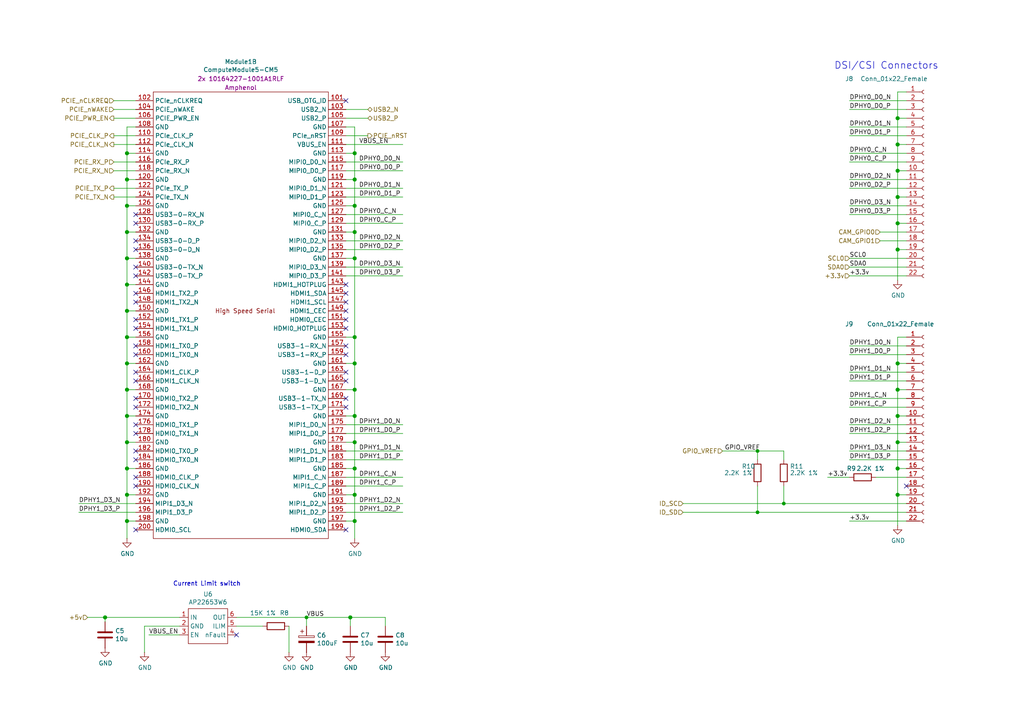
<source format=kicad_sch>
(kicad_sch (version 20231120) (generator "eeschema") (generator_version "8.0")
  (paper "A4")
  (lib_symbols
    (symbol "CM5IO:AP2553W6"
      (property "Reference" "U" (at 3.81 -6.35 0))
      (property "Value" "AP2553W6" (at -3.81 -6.35 0))
      (symbol "AP2553W6_0_0"
        (pin power_in line (at -8.89 2.54 0) (length 2.54) (name "IN") (number "1"))
        (pin power_out line (at -8.89 0 0) (length 2.54) (name "GND") (number "2"))
        (pin input line (at -8.89 -2.54 0) (length 2.54) (name "EN") (number "3"))
        (pin open_collector line (at 7.62 -2.54 180) (length 2.54) (name "nFault") (number "4"))
        (pin passive line (at 7.62 0 180) (length 2.54) (name "ILIM") (number "5"))
        (pin power_out line (at 7.62 2.54 180) (length 2.54) (name "OUT") (number "6"))
      )
      (symbol "AP2553W6_0_1"
        (rectangle (start -6.35 5.08) (end 5.08 -5.08))
      )
    )
    (symbol "CM5IO:ComputeModule5-CM5"
      (property "Reference" "Module" (at 113.03 -68.58 0))
      (property "Value" "ComputeModule5-CM5" (at 140.97 2.54 0))
      (property "Field4" "Amphenol" (at 0 0 0))
      (property "Field5" "2x 10164227-1001A1RLF" (at 0 -2.54 0))
      (symbol "ComputeModule5-CM5_1_0"
        (text "GPIO" (at 0 6.35 0) (effects (font (size 1.27 1.27))))
      )
      (symbol "ComputeModule5-CM5_1_1"
        (rectangle (start -30.48 -71.12) (end 25.4 58.42))
        (text "600mA Max" (at -8.89 -53.34 0) (effects (font (size 1.27 1.27))))
        (text "600mA Max" (at -8.89 -48.26 0) (effects (font (size 1.27 1.27))))
        (text "NB SD signals are only available" (at -1.27 -27.94 0) (effects (font (size 1.27 1.27))))
        (text "on modules without eMMC" (at -1.27 -30.48 0) (effects (font (size 1.27 1.27))))
        (pin power_in line (at 27.94 55.88 180) (length 2.54) (name "GND") (number "1"))
        (pin passive line (at -33.02 45.72 0) (length 2.54) (name "Ethernet_Pair0_N") (number "10"))
        (pin passive line (at -33.02 -68.58 0) (length 2.54) (name "CAM_GPIO1") (number "100"))
        (pin passive line (at 27.94 43.18 180) (length 2.54) (name "Ethernet_Pair2_P") (number "11"))
        (pin passive line (at -33.02 43.18 0) (length 2.54) (name "Ethernet_Pair0_P") (number "12"))
        (pin power_in line (at 27.94 40.64 180) (length 2.54) (name "GND") (number "13"))
        (pin power_in line (at -33.02 40.64 0) (length 2.54) (name "GND") (number "14"))
        (pin output line (at 27.94 38.1 180) (length 2.54) (name "Ethernet_nLED3(3.3v)") (number "15"))
        (pin input line (at -33.02 38.1 0) (length 2.54) (name "FAN_TACHO") (number "16"))
        (pin output line (at 27.94 35.56 180) (length 2.54) (name "Ethernet_nLED2(3.3v)") (number "17"))
        (pin input line (at -33.02 35.56 0) (length 2.54) (name "Ethernet_SYNC_OUT(3.3v)") (number "18"))
        (pin output line (at 27.94 33.02 180) (length 2.54) (name "FAN_PWM") (number "19"))
        (pin power_in line (at -33.02 55.88 0) (length 2.54) (name "GND") (number "2"))
        (pin passive line (at -33.02 33.02 0) (length 2.54) (name "EEPROM_nWP") (number "20"))
        (pin open_collector line (at 27.94 30.48 180) (length 2.54) (name "LED_nACT") (number "21"))
        (pin power_in line (at -33.02 30.48 0) (length 2.54) (name "GND") (number "22"))
        (pin power_in line (at 27.94 27.94 180) (length 2.54) (name "GND") (number "23"))
        (pin passive line (at -33.02 27.94 0) (length 2.54) (name "GPIO26") (number "24"))
        (pin passive line (at 27.94 25.4 180) (length 2.54) (name "GPIO21") (number "25"))
        (pin passive line (at -33.02 25.4 0) (length 2.54) (name "GPIO19") (number "26"))
        (pin passive line (at 27.94 22.86 180) (length 2.54) (name "GPIO20") (number "27"))
        (pin passive line (at -33.02 22.86 0) (length 2.54) (name "GPIO13") (number "28"))
        (pin passive line (at 27.94 20.32 180) (length 2.54) (name "GPIO16") (number "29"))
        (pin passive line (at 27.94 53.34 180) (length 2.54) (name "Ethernet_Pair3_P") (number "3"))
        (pin passive line (at -33.02 20.32 0) (length 2.54) (name "GPIO6") (number "30"))
        (pin passive line (at 27.94 17.78 180) (length 2.54) (name "GPIO12") (number "31"))
        (pin power_in line (at -33.02 17.78 0) (length 2.54) (name "GND") (number "32"))
        (pin power_in line (at 27.94 15.24 180) (length 2.54) (name "GND") (number "33"))
        (pin passive line (at -33.02 15.24 0) (length 2.54) (name "GPIO5") (number "34"))
        (pin passive line (at 27.94 12.7 180) (length 2.54) (name "ID_SC") (number "35"))
        (pin passive line (at -33.02 12.7 0) (length 2.54) (name "ID_SD") (number "36"))
        (pin passive line (at 27.94 10.16 180) (length 2.54) (name "GPIO7") (number "37"))
        (pin passive line (at -33.02 10.16 0) (length 2.54) (name "GPIO11") (number "38"))
        (pin passive line (at 27.94 7.62 180) (length 2.54) (name "GPIO8") (number "39"))
        (pin passive line (at -33.02 53.34 0) (length 2.54) (name "Ethernet_Pair1_P") (number "4"))
        (pin passive line (at -33.02 7.62 0) (length 2.54) (name "GPIO9") (number "40"))
        (pin passive line (at 27.94 5.08 180) (length 2.54) (name "GPIO25") (number "41"))
        (pin power_in line (at -33.02 5.08 0) (length 2.54) (name "GND") (number "42"))
        (pin power_in line (at 27.94 2.54 180) (length 2.54) (name "GND") (number "43"))
        (pin passive line (at -33.02 2.54 0) (length 2.54) (name "GPIO10") (number "44"))
        (pin passive line (at 27.94 0 180) (length 2.54) (name "GPIO24") (number "45"))
        (pin passive line (at -33.02 0 0) (length 2.54) (name "GPIO22") (number "46"))
        (pin passive line (at 27.94 -2.54 180) (length 2.54) (name "GPIO23") (number "47"))
        (pin passive line (at -33.02 -2.54 0) (length 2.54) (name "GPIO27") (number "48"))
        (pin passive line (at 27.94 -5.08 180) (length 2.54) (name "GPIO18") (number "49"))
        (pin passive line (at 27.94 50.8 180) (length 2.54) (name "Ethernet_Pair3_N") (number "5"))
        (pin passive line (at -33.02 -5.08 0) (length 2.54) (name "GPIO17") (number "50"))
        (pin passive line (at 27.94 -7.62 180) (length 2.54) (name "GPIO15") (number "51"))
        (pin power_in line (at -33.02 -7.62 0) (length 2.54) (name "GND") (number "52"))
        (pin power_in line (at 27.94 -10.16 180) (length 2.54) (name "GND") (number "53"))
        (pin passive line (at -33.02 -10.16 0) (length 2.54) (name "GPIO4") (number "54"))
        (pin passive line (at 27.94 -12.7 180) (length 2.54) (name "GPIO14") (number "55"))
        (pin passive line (at -33.02 -12.7 0) (length 2.54) (name "GPIO3") (number "56"))
        (pin passive line (at 27.94 -15.24 180) (length 2.54) (name "SD_CLK") (number "57"))
        (pin passive line (at -33.02 -15.24 0) (length 2.54) (name "GPIO2") (number "58"))
        (pin power_in line (at 27.94 -17.78 180) (length 2.54) (name "GND") (number "59"))
        (pin passive line (at -33.02 50.8 0) (length 2.54) (name "Ethernet_Pair1_N") (number "6"))
        (pin power_in line (at -33.02 -17.78 0) (length 2.54) (name "GND") (number "60"))
        (pin passive line (at 27.94 -20.32 180) (length 2.54) (name "SD_DAT3") (number "61"))
        (pin passive line (at -33.02 -20.32 0) (length 2.54) (name "SD_CMD") (number "62"))
        (pin passive line (at 27.94 -22.86 180) (length 2.54) (name "SD_DAT0") (number "63"))
        (pin passive line (at -33.02 -22.86 0) (length 2.54) (name "SD_DAT5") (number "64"))
        (pin power_in line (at 27.94 -25.4 180) (length 2.54) (name "GND") (number "65"))
        (pin power_in line (at -33.02 -25.4 0) (length 2.54) (name "GND") (number "66"))
        (pin passive line (at 27.94 -27.94 180) (length 2.54) (name "SD_DAT1") (number "67"))
        (pin passive line (at -33.02 -27.94 0) (length 2.54) (name "SD_DAT4") (number "68"))
        (pin passive line (at 27.94 -30.48 180) (length 2.54) (name "SD_DAT2") (number "69"))
        (pin power_in line (at 27.94 48.26 180) (length 2.54) (name "GND") (number "7"))
        (pin passive line (at -33.02 -30.48 0) (length 2.54) (name "SD_DAT7") (number "70"))
        (pin power_in line (at 27.94 -33.02 180) (length 2.54) (name "GND") (number "71"))
        (pin passive line (at -33.02 -33.02 0) (length 2.54) (name "SD_DAT6") (number "72"))
        (pin input line (at 27.94 -35.56 180) (length 2.54) (name "SD_VDD_Override") (number "73"))
        (pin power_in line (at -33.02 -35.56 0) (length 2.54) (name "GND") (number "74"))
        (pin output line (at 27.94 -38.1 180) (length 2.54) (name "SD_PWR_ON") (number "75"))
        (pin passive line (at -33.02 -38.1 0) (length 2.54) (name "VBAT") (number "76"))
        (pin power_in line (at 27.94 -40.64 180) (length 2.54) (name "+5v_(Input)") (number "77"))
        (pin power_in line (at -33.02 -40.64 0) (length 2.54) (name "GPIO_VREF(1.8v/3.3v_Input)") (number "78"))
        (pin power_in line (at 27.94 -43.18 180) (length 2.54) (name "+5v_(Input)") (number "79"))
        (pin power_in line (at -33.02 48.26 0) (length 2.54) (name "GND") (number "8"))
        (pin passive line (at -33.02 -43.18 0) (length 2.54) (name "SCL0") (number "80"))
        (pin power_in line (at 27.94 -45.72 180) (length 2.54) (name "+5v_(Input)") (number "81"))
        (pin passive line (at -33.02 -45.72 0) (length 2.54) (name "SDA0") (number "82"))
        (pin power_in line (at 27.94 -48.26 180) (length 2.54) (name "+5v_(Input)") (number "83"))
        (pin power_out line (at -33.02 -48.26 0) (length 2.54) (name "+3.3v_(Output)") (number "84"))
        (pin power_in line (at 27.94 -50.8 180) (length 2.54) (name "+5v_(Input)") (number "85"))
        (pin passive line (at -33.02 -50.8 0) (length 2.54) (name "+3.3v_(Output)") (number "86"))
        (pin power_in line (at 27.94 -53.34 180) (length 2.54) (name "+5v_(Input)") (number "87"))
        (pin power_out line (at -33.02 -53.34 0) (length 2.54) (name "+1.8v_(Output)") (number "88"))
        (pin input line (at 27.94 -55.88 180) (length 2.54) (name "WiFi_nDisable") (number "89"))
        (pin passive line (at 27.94 45.72 180) (length 2.54) (name "Ethernet_Pair2_N") (number "9"))
        (pin passive line (at -33.02 -55.88 0) (length 2.54) (name "+1.8v_(Output)") (number "90"))
        (pin input line (at 27.94 -58.42 180) (length 2.54) (name "BT_nDisable") (number "91"))
        (pin passive line (at -33.02 -58.42 0) (length 2.54) (name "PWR_BUT") (number "92"))
        (pin input line (at 27.94 -60.96 180) (length 2.54) (name "nRPIBOOT") (number "93"))
        (pin passive line (at -33.02 -60.96 0) (length 2.54) (name "CC1") (number "94"))
        (pin output line (at 27.94 -63.5 180) (length 2.54) (name "LED_nPWR") (number "95"))
        (pin passive line (at -33.02 -63.5 0) (length 2.54) (name "CC2") (number "96"))
        (pin passive line (at 27.94 -66.04 180) (length 2.54) (name "CAM_GPIO0") (number "97"))
        (pin power_in line (at -33.02 -66.04 0) (length 2.54) (name "GND") (number "98"))
        (pin input line (at 27.94 -68.58 180) (length 2.54) (name "PMIC_ENABLE") (number "99"))
      )
      (symbol "ComputeModule5-CM5_2_1"
        (rectangle (start 114.3 -66.04) (end 165.1 63.5))
        (text "High Speed Serial" (at 140.97 0 0) (effects (font (size 1.27 1.27))))
        (pin input line (at 170.18 60.96 180) (length 5.08) (name "USB_OTG_ID") (number "101"))
        (pin input line (at 109.22 60.96 0) (length 5.08) (name "PCIe_nCLKREQ") (number "102"))
        (pin passive line (at 170.18 58.42 180) (length 5.08) (name "USB2_N") (number "103"))
        (pin input line (at 109.22 58.42 0) (length 5.08) (name "PCIE_nWAKE") (number "104"))
        (pin passive line (at 170.18 55.88 180) (length 5.08) (name "USB2_P") (number "105"))
        (pin output line (at 109.22 55.88 0) (length 5.08) (name "PCIE_PWR_EN") (number "106"))
        (pin power_in line (at 170.18 53.34 180) (length 5.08) (name "GND") (number "107"))
        (pin power_in line (at 109.22 53.34 0) (length 5.08) (name "GND") (number "108"))
        (pin output line (at 170.18 50.8 180) (length 5.08) (name "PCIe_nRST") (number "109"))
        (pin output line (at 109.22 50.8 0) (length 5.08) (name "PCIe_CLK_P") (number "110"))
        (pin output line (at 170.18 48.26 180) (length 5.08) (name "VBUS_EN") (number "111"))
        (pin output line (at 109.22 48.26 0) (length 5.08) (name "PCIe_CLK_N") (number "112"))
        (pin power_in line (at 170.18 45.72 180) (length 5.08) (name "GND") (number "113"))
        (pin power_in line (at 109.22 45.72 0) (length 5.08) (name "GND") (number "114"))
        (pin input line (at 170.18 43.18 180) (length 5.08) (name "MIPI0_D0_N") (number "115"))
        (pin input line (at 109.22 43.18 0) (length 5.08) (name "PCIe_RX_P") (number "116"))
        (pin input line (at 170.18 40.64 180) (length 5.08) (name "MIPI0_D0_P") (number "117"))
        (pin input line (at 109.22 40.64 0) (length 5.08) (name "PCIe_RX_N") (number "118"))
        (pin power_in line (at 170.18 38.1 180) (length 5.08) (name "GND") (number "119"))
        (pin power_in line (at 109.22 38.1 0) (length 5.08) (name "GND") (number "120"))
        (pin input line (at 170.18 35.56 180) (length 5.08) (name "MIPI0_D1_N") (number "121"))
        (pin output line (at 109.22 35.56 0) (length 5.08) (name "PCIe_TX_P") (number "122"))
        (pin input line (at 170.18 33.02 180) (length 5.08) (name "MIPI0_D1_P") (number "123"))
        (pin output line (at 109.22 33.02 0) (length 5.08) (name "PCIe_TX_N") (number "124"))
        (pin power_in line (at 170.18 30.48 180) (length 5.08) (name "GND") (number "125"))
        (pin power_in line (at 109.22 30.48 0) (length 5.08) (name "GND") (number "126"))
        (pin input line (at 170.18 27.94 180) (length 5.08) (name "MIPI0_C_N") (number "127"))
        (pin input line (at 109.22 27.94 0) (length 5.08) (name "USB3-0-RX_N") (number "128"))
        (pin input line (at 170.18 25.4 180) (length 5.08) (name "MIPI0_C_P") (number "129"))
        (pin input line (at 109.22 25.4 0) (length 5.08) (name "USB3-0-RX_P") (number "130"))
        (pin power_in line (at 170.18 22.86 180) (length 5.08) (name "GND") (number "131"))
        (pin power_in line (at 109.22 22.86 0) (length 5.08) (name "GND") (number "132"))
        (pin input line (at 170.18 20.32 180) (length 5.08) (name "MIPI0_D2_N") (number "133"))
        (pin passive line (at 109.22 20.32 0) (length 5.08) (name "USB3-0-D_P") (number "134"))
        (pin input line (at 170.18 17.78 180) (length 5.08) (name "MIPI0_D2_P") (number "135"))
        (pin passive line (at 109.22 17.78 0) (length 5.08) (name "USB3-0-D_N") (number "136"))
        (pin power_in line (at 170.18 15.24 180) (length 5.08) (name "GND") (number "137"))
        (pin power_in line (at 109.22 15.24 0) (length 5.08) (name "GND") (number "138"))
        (pin input line (at 170.18 12.7 180) (length 5.08) (name "MIPI0_D3_N") (number "139"))
        (pin output line (at 109.22 12.7 0) (length 5.08) (name "USB3-0-TX_N") (number "140"))
        (pin input line (at 170.18 10.16 180) (length 5.08) (name "MIPI0_D3_P") (number "141"))
        (pin output line (at 109.22 10.16 0) (length 5.08) (name "USB3-0-TX_P") (number "142"))
        (pin input line (at 170.18 7.62 180) (length 5.08) (name "HDMI1_HOTPLUG") (number "143"))
        (pin power_in line (at 109.22 7.62 0) (length 5.08) (name "GND") (number "144"))
        (pin bidirectional line (at 170.18 5.08 180) (length 5.08) (name "HDMI1_SDA") (number "145"))
        (pin output line (at 109.22 5.08 0) (length 5.08) (name "HDMI1_TX2_P") (number "146"))
        (pin open_collector line (at 170.18 2.54 180) (length 5.08) (name "HDMI1_SCL") (number "147"))
        (pin output line (at 109.22 2.54 0) (length 5.08) (name "HDMI1_TX2_N") (number "148"))
        (pin open_collector line (at 170.18 0 180) (length 5.08) (name "HDMI1_CEC") (number "149"))
        (pin power_in line (at 109.22 0 0) (length 5.08) (name "GND") (number "150"))
        (pin open_collector line (at 170.18 -2.54 180) (length 5.08) (name "HDMI0_CEC") (number "151"))
        (pin output line (at 109.22 -2.54 0) (length 5.08) (name "HDMI1_TX1_P") (number "152"))
        (pin input line (at 170.18 -5.08 180) (length 5.08) (name "HDMI0_HOTPLUG") (number "153"))
        (pin output line (at 109.22 -5.08 0) (length 5.08) (name "HDMI1_TX1_N") (number "154"))
        (pin power_in line (at 170.18 -7.62 180) (length 5.08) (name "GND") (number "155"))
        (pin power_in line (at 109.22 -7.62 0) (length 5.08) (name "GND") (number "156"))
        (pin input line (at 170.18 -10.16 180) (length 5.08) (name "USB3-1-RX_N") (number "157"))
        (pin output line (at 109.22 -10.16 0) (length 5.08) (name "HDMI1_TX0_P") (number "158"))
        (pin input line (at 170.18 -12.7 180) (length 5.08) (name "USB3-1-RX_P") (number "159"))
        (pin output line (at 109.22 -12.7 0) (length 5.08) (name "HDMI1_TX0_N") (number "160"))
        (pin power_in line (at 170.18 -15.24 180) (length 5.08) (name "GND") (number "161"))
        (pin power_in line (at 109.22 -15.24 0) (length 5.08) (name "GND") (number "162"))
        (pin passive line (at 170.18 -17.78 180) (length 5.08) (name "USB3-1-D_P") (number "163"))
        (pin output line (at 109.22 -17.78 0) (length 5.08) (name "HDMI1_CLK_P") (number "164"))
        (pin passive line (at 170.18 -20.32 180) (length 5.08) (name "USB3-1-D_N") (number "165"))
        (pin output line (at 109.22 -20.32 0) (length 5.08) (name "HDMI1_CLK_N") (number "166"))
        (pin power_in line (at 170.18 -22.86 180) (length 5.08) (name "GND") (number "167"))
        (pin power_in line (at 109.22 -22.86 0) (length 5.08) (name "GND") (number "168"))
        (pin output line (at 170.18 -25.4 180) (length 5.08) (name "USB3-1-TX_N") (number "169"))
        (pin output line (at 109.22 -25.4 0) (length 5.08) (name "HDMI0_TX2_P") (number "170"))
        (pin output line (at 170.18 -27.94 180) (length 5.08) (name "USB3-1-TX_P") (number "171"))
        (pin output line (at 109.22 -27.94 0) (length 5.08) (name "HDMI0_TX2_N") (number "172"))
        (pin power_in line (at 170.18 -30.48 180) (length 5.08) (name "GND") (number "173"))
        (pin power_in line (at 109.22 -30.48 0) (length 5.08) (name "GND") (number "174"))
        (pin output line (at 170.18 -33.02 180) (length 5.08) (name "MIPI1_D0_N") (number "175"))
        (pin output line (at 109.22 -33.02 0) (length 5.08) (name "HDMI0_TX1_P") (number "176"))
        (pin output line (at 170.18 -35.56 180) (length 5.08) (name "MIPI1_D0_P") (number "177"))
        (pin output line (at 109.22 -35.56 0) (length 5.08) (name "HDMI0_TX1_N") (number "178"))
        (pin power_in line (at 170.18 -38.1 180) (length 5.08) (name "GND") (number "179"))
        (pin power_in line (at 109.22 -38.1 0) (length 5.08) (name "GND") (number "180"))
        (pin output line (at 170.18 -40.64 180) (length 5.08) (name "MIPI1_D1_N") (number "181"))
        (pin output line (at 109.22 -40.64 0) (length 5.08) (name "HDMI0_TX0_P") (number "182"))
        (pin output line (at 170.18 -43.18 180) (length 5.08) (name "MIPI1_D1_P") (number "183"))
        (pin output line (at 109.22 -43.18 0) (length 5.08) (name "HDMI0_TX0_N") (number "184"))
        (pin power_in line (at 170.18 -45.72 180) (length 5.08) (name "GND") (number "185"))
        (pin power_in line (at 109.22 -45.72 0) (length 5.08) (name "GND") (number "186"))
        (pin output line (at 170.18 -48.26 180) (length 5.08) (name "MIPI1_C_N") (number "187"))
        (pin output line (at 109.22 -48.26 0) (length 5.08) (name "HDMI0_CLK_P") (number "188"))
        (pin output line (at 170.18 -50.8 180) (length 5.08) (name "MIPI1_C_P") (number "189"))
        (pin output line (at 109.22 -50.8 0) (length 5.08) (name "HDMI0_CLK_N") (number "190"))
        (pin power_in line (at 170.18 -53.34 180) (length 5.08) (name "GND") (number "191"))
        (pin power_in line (at 109.22 -53.34 0) (length 5.08) (name "GND") (number "192"))
        (pin output line (at 170.18 -55.88 180) (length 5.08) (name "MIPI1_D2_N") (number "193"))
        (pin output line (at 109.22 -55.88 0) (length 5.08) (name "MIPI1_D3_N") (number "194"))
        (pin output line (at 170.18 -58.42 180) (length 5.08) (name "MIPI1_D2_P") (number "195"))
        (pin output line (at 109.22 -58.42 0) (length 5.08) (name "MIPI1_D3_P") (number "196"))
        (pin power_in line (at 170.18 -60.96 180) (length 5.08) (name "GND") (number "197"))
        (pin power_in line (at 109.22 -60.96 0) (length 5.08) (name "GND") (number "198"))
        (pin bidirectional line (at 170.18 -63.5 180) (length 5.08) (name "HDMI0_SDA") (number "199"))
        (pin open_collector line (at 109.22 -63.5 0) (length 5.08) (name "HDMI0_SCL") (number "200"))
      )
    )
    (symbol "Connector:Conn_01x22_Socket" (pin_names (offset 1.016) hide)
      (property "Reference" "J" (at 0 27.94 0))
      (property "Value" "Conn_01x22_Socket" (at 0 -30.48 0))
      (symbol "Conn_01x22_Socket_1_1"
        (arc (start 0 -27.432) (mid -0.5058 -27.94) (end 0 -28.448) (stroke (width 0.1524)))
        (arc (start 0 -24.892) (mid -0.5058 -25.4) (end 0 -25.908) (stroke (width 0.1524)))
        (arc (start 0 -22.352) (mid -0.5058 -22.86) (end 0 -23.368) (stroke (width 0.1524)))
        (arc (start 0 -19.812) (mid -0.5058 -20.32) (end 0 -20.828) (stroke (width 0.1524)))
        (arc (start 0 -17.272) (mid -0.5058 -17.78) (end 0 -18.288) (stroke (width 0.1524)))
        (arc (start 0 -14.732) (mid -0.5058 -15.24) (end 0 -15.748) (stroke (width 0.1524)))
        (arc (start 0 -12.192) (mid -0.5058 -12.7) (end 0 -13.208) (stroke (width 0.1524)))
        (arc (start 0 -9.652) (mid -0.5058 -10.16) (end 0 -10.668) (stroke (width 0.1524)))
        (arc (start 0 -7.112) (mid -0.5058 -7.62) (end 0 -8.128) (stroke (width 0.1524)))
        (arc (start 0 -4.572) (mid -0.5058 -5.08) (end 0 -5.588) (stroke (width 0.1524)))
        (arc (start 0 -2.032) (mid -0.5058 -2.54) (end 0 -3.048) (stroke (width 0.1524)))
        (polyline (pts (xy -1.27 -27.94) (xy -0.508 -27.94)) (stroke (width 0.1524)))
        (polyline (pts (xy -1.27 -25.4) (xy -0.508 -25.4)) (stroke (width 0.1524)))
        (polyline (pts (xy -1.27 -22.86) (xy -0.508 -22.86)) (stroke (width 0.1524)))
        (polyline (pts (xy -1.27 -20.32) (xy -0.508 -20.32)) (stroke (width 0.1524)))
        (polyline (pts (xy -1.27 -17.78) (xy -0.508 -17.78)) (stroke (width 0.1524)))
        (polyline (pts (xy -1.27 -15.24) (xy -0.508 -15.24)) (stroke (width 0.1524)))
        (polyline (pts (xy -1.27 -12.7) (xy -0.508 -12.7)) (stroke (width 0.1524)))
        (polyline (pts (xy -1.27 -10.16) (xy -0.508 -10.16)) (stroke (width 0.1524)))
        (polyline (pts (xy -1.27 -7.62) (xy -0.508 -7.62)) (stroke (width 0.1524)))
        (polyline (pts (xy -1.27 -5.08) (xy -0.508 -5.08)) (stroke (width 0.1524)))
        (polyline (pts (xy -1.27 -2.54) (xy -0.508 -2.54)) (stroke (width 0.1524)))
        (polyline (pts (xy -1.27 0) (xy -0.508 0)) (stroke (width 0.1524)))
        (polyline (pts (xy -1.27 2.54) (xy -0.508 2.54)) (stroke (width 0.1524)))
        (polyline (pts (xy -1.27 5.08) (xy -0.508 5.08)) (stroke (width 0.1524)))
        (polyline (pts (xy -1.27 7.62) (xy -0.508 7.62)) (stroke (width 0.1524)))
        (polyline (pts (xy -1.27 10.16) (xy -0.508 10.16)) (stroke (width 0.1524)))
        (polyline (pts (xy -1.27 12.7) (xy -0.508 12.7)) (stroke (width 0.1524)))
        (polyline (pts (xy -1.27 15.24) (xy -0.508 15.24)) (stroke (width 0.1524)))
        (polyline (pts (xy -1.27 17.78) (xy -0.508 17.78)) (stroke (width 0.1524)))
        (polyline (pts (xy -1.27 20.32) (xy -0.508 20.32)) (stroke (width 0.1524)))
        (polyline (pts (xy -1.27 22.86) (xy -0.508 22.86)) (stroke (width 0.1524)))
        (polyline (pts (xy -1.27 25.4) (xy -0.508 25.4)) (stroke (width 0.1524)))
        (arc (start 0 0.508) (mid -0.5058 0) (end 0 -0.508) (stroke (width 0.1524)))
        (arc (start 0 3.048) (mid -0.5058 2.54) (end 0 2.032) (stroke (width 0.1524)))
        (arc (start 0 5.588) (mid -0.5058 5.08) (end 0 4.572) (stroke (width 0.1524)))
        (arc (start 0 8.128) (mid -0.5058 7.62) (end 0 7.112) (stroke (width 0.1524)))
        (arc (start 0 10.668) (mid -0.5058 10.16) (end 0 9.652) (stroke (width 0.1524)))
        (arc (start 0 13.208) (mid -0.5058 12.7) (end 0 12.192) (stroke (width 0.1524)))
        (arc (start 0 15.748) (mid -0.5058 15.24) (end 0 14.732) (stroke (width 0.1524)))
        (arc (start 0 18.288) (mid -0.5058 17.78) (end 0 17.272) (stroke (width 0.1524)))
        (arc (start 0 20.828) (mid -0.5058 20.32) (end 0 19.812) (stroke (width 0.1524)))
        (arc (start 0 23.368) (mid -0.5058 22.86) (end 0 22.352) (stroke (width 0.1524)))
        (arc (start 0 25.908) (mid -0.5058 25.4) (end 0 24.892) (stroke (width 0.1524)))
        (pin passive line (at -5.08 25.4 0) (length 3.81) (name "Pin_1") (number "1"))
        (pin passive line (at -5.08 2.54 0) (length 3.81) (name "Pin_10") (number "10"))
        (pin passive line (at -5.08 0 0) (length 3.81) (name "Pin_11") (number "11"))
        (pin passive line (at -5.08 -2.54 0) (length 3.81) (name "Pin_12") (number "12"))
        (pin passive line (at -5.08 -5.08 0) (length 3.81) (name "Pin_13") (number "13"))
        (pin passive line (at -5.08 -7.62 0) (length 3.81) (name "Pin_14") (number "14"))
        (pin passive line (at -5.08 -10.16 0) (length 3.81) (name "Pin_15") (number "15"))
        (pin passive line (at -5.08 -12.7 0) (length 3.81) (name "Pin_16") (number "16"))
        (pin passive line (at -5.08 -15.24 0) (length 3.81) (name "Pin_17") (number "17"))
        (pin passive line (at -5.08 -17.78 0) (length 3.81) (name "Pin_18") (number "18"))
        (pin passive line (at -5.08 -20.32 0) (length 3.81) (name "Pin_19") (number "19"))
        (pin passive line (at -5.08 22.86 0) (length 3.81) (name "Pin_2") (number "2"))
        (pin passive line (at -5.08 -22.86 0) (length 3.81) (name "Pin_20") (number "20"))
        (pin passive line (at -5.08 -25.4 0) (length 3.81) (name "Pin_21") (number "21"))
        (pin passive line (at -5.08 -27.94 0) (length 3.81) (name "Pin_22") (number "22"))
        (pin passive line (at -5.08 20.32 0) (length 3.81) (name "Pin_3") (number "3"))
        (pin passive line (at -5.08 17.78 0) (length 3.81) (name "Pin_4") (number "4"))
        (pin passive line (at -5.08 15.24 0) (length 3.81) (name "Pin_5") (number "5"))
        (pin passive line (at -5.08 12.7 0) (length 3.81) (name "Pin_6") (number "6"))
        (pin passive line (at -5.08 10.16 0) (length 3.81) (name "Pin_7") (number "7"))
        (pin passive line (at -5.08 7.62 0) (length 3.81) (name "Pin_8") (number "8"))
        (pin passive line (at -5.08 5.08 0) (length 3.81) (name "Pin_9") (number "9"))
      )
    )
    (symbol "Device:C" (pin_numbers hide) (pin_names (offset 0.254))
      (property "Reference" "C" (at 0.635 2.54 0))
      (property "Value" "C" (at 0.635 -2.54 0))
      (symbol "C_0_1"
        (polyline (pts (xy -2.032 -0.762) (xy 2.032 -0.762)) (stroke (width 0.508)))
        (polyline (pts (xy -2.032 0.762) (xy 2.032 0.762)) (stroke (width 0.508)))
      )
      (symbol "C_1_1"
        (pin passive line (at 0 3.81 270) (length 2.794) (name "~") (number "1"))
        (pin passive line (at 0 -3.81 90) (length 2.794) (name "~") (number "2"))
      )
    )
    (symbol "Device:C_Polarized" (pin_numbers hide) (pin_names (offset 0.254))
      (property "Reference" "C" (at 0.635 2.54 0))
      (property "Value" "C_Polarized" (at 0.635 -2.54 0))
      (symbol "C_Polarized_0_1"
        (rectangle (start -2.286 0.508) (end 2.286 1.016))
        (polyline (pts (xy -1.778 2.286) (xy -0.762 2.286)))
        (polyline (pts (xy -1.27 2.794) (xy -1.27 1.778)))
        (rectangle (start 2.286 -0.508) (end -2.286 -1.016) (fill (type outline)))
      )
      (symbol "C_Polarized_1_1"
        (pin passive line (at 0 3.81 270) (length 2.794) (name "~") (number "1"))
        (pin passive line (at 0 -3.81 90) (length 2.794) (name "~") (number "2"))
      )
    )
    (symbol "Device:R" (pin_numbers hide) (pin_names (offset 0))
      (property "Reference" "R" (at 2.032 0 90))
      (property "Value" "R" (at 0 0 90))
      (symbol "R_0_1"
        (rectangle (start -1.016 -2.54) (end 1.016 2.54) (stroke (width 0.254)))
      )
      (symbol "R_1_1"
        (pin passive line (at 0 3.81 270) (length 1.27) (name "~") (number "1"))
        (pin passive line (at 0 -3.81 90) (length 1.27) (name "~") (number "2"))
      )
    )
    (symbol "power:GND" (power) (pin_numbers hide) (pin_names (offset 0) hide)
      (property "Value" "GND" (at 0 -3.81 0))
      (symbol "GND_0_1"
        (polyline (pts (xy 0 0) (xy 0 -1.27) (xy 1.27 -1.27) (xy 0 -2.54) (xy -1.27 -1.27) (xy 0 -1.27)))
      )
      (symbol "GND_1_1"
        (pin power_in line (at 0 0 270) (length 0) (name "~") (number "1"))
      )
    )
  )
  (junction (at 36.83 52.07) (diameter 1.016))
  (junction (at 36.83 59.69) (diameter 1.016))
  (junction (at 260.35 64.77) (diameter 1.016))
  (junction (at 260.35 49.53) (diameter 1.016))
  (junction (at 260.35 120.65) (diameter 1.016))
  (junction (at 36.83 44.45) (diameter 1.016))
  (junction (at 102.87 128.27) (diameter 1.016))
  (junction (at 36.83 143.51) (diameter 1.016))
  (junction (at 219.71 148.59))
  (junction (at 260.35 41.91) (diameter 1.016))
  (junction (at 260.35 135.89) (diameter 1.016))
  (junction (at 36.83 105.41) (diameter 1.016))
  (junction (at 36.83 120.65) (diameter 1.016))
  (junction (at 30.48 179.07) (diameter 1.016))
  (junction (at 36.83 82.55) (diameter 1.016))
  (junction (at 102.87 120.65) (diameter 1.016))
  (junction (at 36.83 97.79) (diameter 1.016))
  (junction (at 227.33 146.05))
  (junction (at 102.87 151.13) (diameter 1.016))
  (junction (at 36.83 151.13) (diameter 1.016))
  (junction (at 260.35 57.15) (diameter 1.016))
  (junction (at 102.87 44.45) (diameter 1.016))
  (junction (at 102.87 113.03) (diameter 1.016))
  (junction (at 260.35 113.03) (diameter 1.016))
  (junction (at 260.35 143.51) (diameter 1.016))
  (junction (at 36.83 128.27) (diameter 1.016))
  (junction (at 102.87 67.31) (diameter 1.016))
  (junction (at 102.87 105.41) (diameter 1.016))
  (junction (at 102.87 97.79) (diameter 1.016))
  (junction (at 88.9 179.07))
  (junction (at 36.83 135.89) (diameter 1.016))
  (junction (at 219.71 130.81))
  (junction (at 36.83 90.17) (diameter 1.016))
  (junction (at 101.6 179.07) (diameter 1.016))
  (junction (at 102.87 52.07) (diameter 1.016))
  (junction (at 260.35 34.29) (diameter 1.016))
  (junction (at 102.87 143.51) (diameter 1.016))
  (junction (at 260.35 72.39) (diameter 1.016))
  (junction (at 102.87 135.89) (diameter 1.016))
  (junction (at 260.35 105.41) (diameter 1.016))
  (junction (at 36.83 67.31) (diameter 1.016))
  (junction (at 102.87 74.93) (diameter 1.016))
  (junction (at 36.83 113.03) (diameter 1.016))
  (junction (at 36.83 74.93) (diameter 1.016))
  (junction (at 260.35 128.27) (diameter 1.016))
  (junction (at 102.87 59.69) (diameter 1.016))
  (no_connect (at 39.37 153.67))
  (no_connect (at 39.37 102.87))
  (no_connect (at 39.37 100.33))
  (no_connect (at 39.37 115.57))
  (no_connect (at 100.33 82.55))
  (no_connect (at 68.58 184.15))
  (no_connect (at 39.37 92.71))
  (no_connect (at 39.37 64.77))
  (no_connect (at 39.37 87.63))
  (no_connect (at 39.37 125.73))
  (no_connect (at 100.33 110.49))
  (no_connect (at 39.37 140.97))
  (no_connect (at 39.37 85.09))
  (no_connect (at 39.37 123.19))
  (no_connect (at 39.37 133.35))
  (no_connect (at 100.33 153.67))
  (no_connect (at 100.33 102.87))
  (no_connect (at 100.33 115.57))
  (no_connect (at 39.37 72.39))
  (no_connect (at 39.37 80.01))
  (no_connect (at 100.33 92.71))
  (no_connect (at 39.37 138.43))
  (no_connect (at 39.37 130.81))
  (no_connect (at 39.37 69.85))
  (no_connect (at 100.33 90.17))
  (no_connect (at 100.33 29.21))
  (no_connect (at 39.37 62.23))
  (no_connect (at 100.33 100.33))
  (no_connect (at 100.33 87.63))
  (no_connect (at 262.89 140.97))
  (no_connect (at 100.33 85.09))
  (no_connect (at 39.37 110.49))
  (no_connect (at 100.33 118.11))
  (no_connect (at 39.37 77.47))
  (no_connect (at 100.33 95.25))
  (no_connect (at 39.37 107.95))
  (no_connect (at 39.37 118.11))
  (no_connect (at 100.33 107.95))
  (no_connect (at 39.37 95.25))
  (wire (pts (xy 36.83 143.51) (xy 36.83 151.13)))
  (wire (pts (xy 246.38 29.21) (xy 262.89 29.21)))
  (wire (pts (xy 68.58 179.07) (xy 88.9 179.07)))
  (wire (pts (xy 219.71 140.97) (xy 219.71 148.59)))
  (wire (pts (xy 30.48 180.34) (xy 30.48 179.07)))
  (wire (pts (xy 100.33 67.31) (xy 102.87 67.31)))
  (wire (pts (xy 36.83 82.55) (xy 36.83 90.17)))
  (wire (pts (xy 68.58 181.61) (xy 76.2 181.61)))
  (wire (pts (xy 36.83 105.41) (xy 39.37 105.41)))
  (wire (pts (xy 246.38 130.81) (xy 262.89 130.81)))
  (wire (pts (xy 260.35 120.65) (xy 260.35 128.27)))
  (wire (pts (xy 102.87 74.93) (xy 102.87 97.79)))
  (wire (pts (xy 36.83 74.93) (xy 39.37 74.93)))
  (wire (pts (xy 246.38 107.95) (xy 262.89 107.95)))
  (wire (pts (xy 100.33 41.91) (xy 116.84 41.91)))
  (wire (pts (xy 36.83 128.27) (xy 39.37 128.27)))
  (wire (pts (xy 100.33 52.07) (xy 102.87 52.07)))
  (wire (pts (xy 260.35 57.15) (xy 260.35 64.77)))
  (wire (pts (xy 260.35 105.41) (xy 260.35 113.03)))
  (wire (pts (xy 260.35 113.03) (xy 262.89 113.03)))
  (wire (pts (xy 102.87 105.41) (xy 102.87 113.03)))
  (wire (pts (xy 25.4 179.07) (xy 30.48 179.07)))
  (wire (pts (xy 255.27 67.31) (xy 262.89 67.31)))
  (wire (pts (xy 36.83 52.07) (xy 39.37 52.07)))
  (wire (pts (xy 198.12 146.05) (xy 227.33 146.05)))
  (wire (pts (xy 100.33 80.01) (xy 116.84 80.01)))
  (wire (pts (xy 36.83 97.79) (xy 36.83 105.41)))
  (wire (pts (xy 260.35 34.29) (xy 262.89 34.29)))
  (wire (pts (xy 260.35 57.15) (xy 262.89 57.15)))
  (wire (pts (xy 246.38 62.23) (xy 262.89 62.23)))
  (wire (pts (xy 33.02 41.91) (xy 39.37 41.91)))
  (wire (pts (xy 100.33 133.35) (xy 116.84 133.35)))
  (wire (pts (xy 88.9 179.07) (xy 101.6 179.07)))
  (wire (pts (xy 100.33 72.39) (xy 116.84 72.39)))
  (wire (pts (xy 246.38 118.11) (xy 262.89 118.11)))
  (wire (pts (xy 219.71 148.59) (xy 262.89 148.59)))
  (wire (pts (xy 260.35 64.77) (xy 262.89 64.77)))
  (wire (pts (xy 36.83 151.13) (xy 36.83 156.21)))
  (wire (pts (xy 260.35 49.53) (xy 262.89 49.53)))
  (wire (pts (xy 100.33 146.05) (xy 116.84 146.05)))
  (wire (pts (xy 33.02 39.37) (xy 39.37 39.37)))
  (wire (pts (xy 227.33 146.05) (xy 262.89 146.05)))
  (wire (pts (xy 100.33 125.73) (xy 116.84 125.73)))
  (wire (pts (xy 102.87 52.07) (xy 102.87 44.45)))
  (wire (pts (xy 36.83 44.45) (xy 36.83 52.07)))
  (wire (pts (xy 22.86 148.59) (xy 39.37 148.59)))
  (wire (pts (xy 22.86 146.05) (xy 39.37 146.05)))
  (wire (pts (xy 260.35 143.51) (xy 262.89 143.51)))
  (wire (pts (xy 260.35 49.53) (xy 260.35 57.15)))
  (wire (pts (xy 36.83 59.69) (xy 39.37 59.69)))
  (wire (pts (xy 100.33 74.93) (xy 102.87 74.93)))
  (wire (pts (xy 100.33 123.19) (xy 116.84 123.19)))
  (wire (pts (xy 246.38 36.83) (xy 262.89 36.83)))
  (wire (pts (xy 36.83 82.55) (xy 39.37 82.55)))
  (wire (pts (xy 102.87 151.13) (xy 102.87 156.21)))
  (wire (pts (xy 260.35 135.89) (xy 260.35 143.51)))
  (wire (pts (xy 100.33 64.77) (xy 116.84 64.77)))
  (wire (pts (xy 36.83 120.65) (xy 36.83 128.27)))
  (wire (pts (xy 100.33 62.23) (xy 116.84 62.23)))
  (wire (pts (xy 33.02 31.75) (xy 39.37 31.75)))
  (wire (pts (xy 260.35 135.89) (xy 262.89 135.89)))
  (wire (pts (xy 36.83 120.65) (xy 39.37 120.65)))
  (wire (pts (xy 102.87 143.51) (xy 102.87 151.13)))
  (wire (pts (xy 83.82 181.61) (xy 83.82 189.23)))
  (wire (pts (xy 246.38 133.35) (xy 262.89 133.35)))
  (wire (pts (xy 100.33 140.97) (xy 116.84 140.97)))
  (wire (pts (xy 36.83 36.83) (xy 36.83 44.45)))
  (wire (pts (xy 100.33 57.15) (xy 116.84 57.15)))
  (wire (pts (xy 100.33 31.75) (xy 106.68 31.75)))
  (wire (pts (xy 260.35 105.41) (xy 262.89 105.41)))
  (wire (pts (xy 88.9 179.07) (xy 88.9 181.61)))
  (wire (pts (xy 260.35 26.67) (xy 260.35 34.29)))
  (wire (pts (xy 102.87 36.83) (xy 100.33 36.83)))
  (wire (pts (xy 102.87 113.03) (xy 102.87 120.65)))
  (wire (pts (xy 260.35 41.91) (xy 260.35 49.53)))
  (wire (pts (xy 255.27 69.85) (xy 262.89 69.85)))
  (wire (pts (xy 39.37 46.99) (xy 33.02 46.99)))
  (wire (pts (xy 100.33 130.81) (xy 116.84 130.81)))
  (wire (pts (xy 262.89 151.13) (xy 246.38 151.13)))
  (wire (pts (xy 219.71 130.81) (xy 227.33 130.81)))
  (wire (pts (xy 246.38 31.75) (xy 262.89 31.75)))
  (wire (pts (xy 100.33 113.03) (xy 102.87 113.03)))
  (wire (pts (xy 260.35 128.27) (xy 260.35 135.89)))
  (wire (pts (xy 240.03 138.43) (xy 246.38 138.43)))
  (wire (pts (xy 100.33 46.99) (xy 116.84 46.99)))
  (wire (pts (xy 111.76 179.07) (xy 111.76 181.61)))
  (wire (pts (xy 262.89 80.01) (xy 246.38 80.01)))
  (wire (pts (xy 100.33 105.41) (xy 102.87 105.41)))
  (wire (pts (xy 100.33 135.89) (xy 102.87 135.89)))
  (wire (pts (xy 100.33 77.47) (xy 116.84 77.47)))
  (wire (pts (xy 246.38 115.57) (xy 262.89 115.57)))
  (wire (pts (xy 41.91 181.61) (xy 41.91 189.23)))
  (wire (pts (xy 100.33 49.53) (xy 116.84 49.53)))
  (wire (pts (xy 227.33 130.81) (xy 227.33 133.35)))
  (wire (pts (xy 209.55 130.81) (xy 219.71 130.81)))
  (wire (pts (xy 33.02 57.15) (xy 39.37 57.15)))
  (wire (pts (xy 33.02 29.21) (xy 39.37 29.21)))
  (wire (pts (xy 36.83 135.89) (xy 39.37 135.89)))
  (wire (pts (xy 260.35 128.27) (xy 262.89 128.27)))
  (wire (pts (xy 100.33 54.61) (xy 116.84 54.61)))
  (wire (pts (xy 246.38 52.07) (xy 262.89 52.07)))
  (wire (pts (xy 100.33 97.79) (xy 102.87 97.79)))
  (wire (pts (xy 36.83 59.69) (xy 36.83 67.31)))
  (wire (pts (xy 102.87 97.79) (xy 102.87 105.41)))
  (wire (pts (xy 100.33 59.69) (xy 102.87 59.69)))
  (wire (pts (xy 100.33 138.43) (xy 116.84 138.43)))
  (wire (pts (xy 36.83 113.03) (xy 39.37 113.03)))
  (wire (pts (xy 246.38 102.87) (xy 262.89 102.87)))
  (wire (pts (xy 36.83 90.17) (xy 36.83 97.79)))
  (wire (pts (xy 100.33 34.29) (xy 106.68 34.29)))
  (wire (pts (xy 36.83 97.79) (xy 39.37 97.79)))
  (wire (pts (xy 39.37 49.53) (xy 33.02 49.53)))
  (wire (pts (xy 246.38 125.73) (xy 262.89 125.73)))
  (wire (pts (xy 102.87 59.69) (xy 102.87 52.07)))
  (wire (pts (xy 102.87 74.93) (xy 102.87 67.31)))
  (wire (pts (xy 262.89 74.93) (xy 246.38 74.93)))
  (wire (pts (xy 260.35 120.65) (xy 262.89 120.65)))
  (wire (pts (xy 100.33 151.13) (xy 102.87 151.13)))
  (wire (pts (xy 262.89 77.47) (xy 246.38 77.47)))
  (wire (pts (xy 36.83 52.07) (xy 36.83 59.69)))
  (wire (pts (xy 246.38 44.45) (xy 262.89 44.45)))
  (wire (pts (xy 260.35 64.77) (xy 260.35 72.39)))
  (wire (pts (xy 260.35 72.39) (xy 262.89 72.39)))
  (wire (pts (xy 102.87 67.31) (xy 102.87 59.69)))
  (wire (pts (xy 100.33 69.85) (xy 116.84 69.85)))
  (wire (pts (xy 260.35 143.51) (xy 260.35 152.4)))
  (wire (pts (xy 100.33 39.37) (xy 106.68 39.37)))
  (wire (pts (xy 39.37 151.13) (xy 36.83 151.13)))
  (wire (pts (xy 246.38 110.49) (xy 262.89 110.49)))
  (wire (pts (xy 246.38 59.69) (xy 262.89 59.69)))
  (wire (pts (xy 30.48 179.07) (xy 52.07 179.07)))
  (wire (pts (xy 260.35 97.79) (xy 260.35 105.41)))
  (wire (pts (xy 100.33 44.45) (xy 102.87 44.45)))
  (wire (pts (xy 36.83 105.41) (xy 36.83 113.03)))
  (wire (pts (xy 246.38 54.61) (xy 262.89 54.61)))
  (wire (pts (xy 254 138.43) (xy 262.89 138.43)))
  (wire (pts (xy 262.89 97.79) (xy 260.35 97.79)))
  (wire (pts (xy 260.35 34.29) (xy 260.35 41.91)))
  (wire (pts (xy 246.38 46.99) (xy 262.89 46.99)))
  (wire (pts (xy 198.12 148.59) (xy 219.71 148.59)))
  (wire (pts (xy 101.6 181.61) (xy 101.6 179.07)))
  (wire (pts (xy 260.35 41.91) (xy 262.89 41.91)))
  (wire (pts (xy 100.33 143.51) (xy 102.87 143.51)))
  (wire (pts (xy 260.35 113.03) (xy 260.35 120.65)))
  (wire (pts (xy 36.83 113.03) (xy 36.83 120.65)))
  (wire (pts (xy 36.83 135.89) (xy 36.83 143.51)))
  (wire (pts (xy 219.71 130.81) (xy 219.71 133.35)))
  (wire (pts (xy 227.33 140.97) (xy 227.33 146.05)))
  (wire (pts (xy 52.07 181.61) (xy 41.91 181.61)))
  (wire (pts (xy 262.89 26.67) (xy 260.35 26.67)))
  (wire (pts (xy 36.83 90.17) (xy 39.37 90.17)))
  (wire (pts (xy 246.38 123.19) (xy 262.89 123.19)))
  (wire (pts (xy 36.83 44.45) (xy 39.37 44.45)))
  (wire (pts (xy 102.87 120.65) (xy 102.87 128.27)))
  (wire (pts (xy 246.38 100.33) (xy 262.89 100.33)))
  (wire (pts (xy 100.33 120.65) (xy 102.87 120.65)))
  (wire (pts (xy 260.35 72.39) (xy 260.35 81.28)))
  (wire (pts (xy 101.6 179.07) (xy 111.76 179.07)))
  (wire (pts (xy 39.37 143.51) (xy 36.83 143.51)))
  (wire (pts (xy 36.83 128.27) (xy 36.83 135.89)))
  (wire (pts (xy 100.33 128.27) (xy 102.87 128.27)))
  (wire (pts (xy 33.02 54.61) (xy 39.37 54.61)))
  (wire (pts (xy 43.18 184.15) (xy 52.07 184.15)))
  (wire (pts (xy 102.87 128.27) (xy 102.87 135.89)))
  (wire (pts (xy 36.83 67.31) (xy 36.83 74.93)))
  (wire (pts (xy 246.38 39.37) (xy 262.89 39.37)))
  (wire (pts (xy 100.33 148.59) (xy 116.84 148.59)))
  (wire (pts (xy 102.87 44.45) (xy 102.87 36.83)))
  (wire (pts (xy 36.83 67.31) (xy 39.37 67.31)))
  (wire (pts (xy 33.02 34.29) (xy 39.37 34.29)))
  (wire (pts (xy 36.83 74.93) (xy 36.83 82.55)))
  (wire (pts (xy 39.37 36.83) (xy 36.83 36.83)))
  (wire (pts (xy 102.87 135.89) (xy 102.87 143.51)))
  (text "DSI/CSI Connectors" (at 241.935 20.32 0) (effects (font (size 2.0066 2.0066)) (justify left bottom)))
  (text "Current Limit switch" (at 69.85 170.18 0) (effects (font (size 1.27 1.27)) (justify right bottom)))
  (text "Current Limit switch" (at 69.85 170.18 0) (effects (font (size 1.27 1.27)) (justify right bottom)))
  (label "DPHY1_D1_N" (at 246.38 107.95 0))
  (label "DPHY1_D3_P" (at 246.38 133.35 0))
  (label "DPHY0_D3_N" (at 246.38 59.69 0))
  (label "DPHY1_D0_P" (at 246.38 102.87 0))
  (label "DPHY1_C_N" (at 246.38 115.57 0))
  (label "DPHY0_D1_N" (at 246.38 36.83 0))
  (label "DPHY1_D0_N" (at 116.205 123.19 180))
  (label "DPHY1_D2_P" (at 104.14 148.59 0))
  (label "DPHY1_C_P" (at 104.14 140.97 0))
  (label "DPHY0_D2_P" (at 104.14 72.39 0))
  (label "SCL0" (at 246.38 74.93 0))
  (label "DPHY0_D3_P" (at 246.38 62.23 0))
  (label "DPHY1_D2_P" (at 246.38 125.73 0))
  (label "DPHY0_D3_N" (at 116.205 77.47 180))
  (label "DPHY0_D0_P" (at 246.38 31.75 0))
  (label "+3.3v" (at 246.38 80.01 0))
  (label "DPHY0_C_P" (at 104.14 64.77 0))
  (label "DPHY0_D1_N" (at 116.205 54.61 180))
  (label "DPHY1_D2_N" (at 104.14 146.05 0))
  (label "DPHY1_D3_N" (at 22.86 146.05 0))
  (label "DPHY1_D1_P" (at 116.205 133.35 180))
  (label "DPHY1_D1_P" (at 246.38 110.49 0))
  (label "DPHY1_D0_P" (at 116.205 125.73 180))
  (label "DPHY1_D1_N" (at 116.205 130.81 180))
  (label "VBUS_EN" (at 104.14 41.91 0))
  (label "DPHY0_D2_N" (at 246.38 52.07 0))
  (label "DPHY1_D3_P" (at 22.86 148.59 0))
  (label "DPHY0_D2_N" (at 104.14 69.85 0))
  (label "DPHY1_C_P" (at 246.38 118.11 0))
  (label "DPHY1_C_N" (at 104.14 138.43 0))
  (label "DPHY1_D0_N" (at 246.38 100.33 0))
  (label "DPHY0_C_P" (at 246.38 46.99 0))
  (label "DPHY0_D0_P" (at 116.205 49.53 180))
  (label "DPHY0_D0_N" (at 246.38 29.21 0))
  (label "DPHY0_D0_N" (at 116.205 46.99 180))
  (label "DPHY0_D1_P" (at 246.38 39.37 0))
  (label "VBUS_EN" (at 43.18 184.15 0))
  (label "SDA0" (at 246.38 77.47 0))
  (label "VBUS" (at 88.9 179.07 0))
  (label "GPIO_VREF" (at 210.185 130.81 0))
  (label "DPHY0_C_N" (at 104.14 62.23 0))
  (label "DPHY1_D3_N" (at 246.38 130.81 0))
  (label "+3.3v" (at 246.38 151.13 0))
  (label "DPHY1_D2_N" (at 246.38 123.19 0))
  (label "+3.3v" (at 240.03 138.43 0))
  (label "DPHY0_D2_P" (at 246.38 54.61 0))
  (label "DPHY0_C_N" (at 246.38 44.45 0))
  (label "DPHY0_D3_P" (at 116.205 80.01 180))
  (label "DPHY0_D1_P" (at 116.205 57.15 180))
  (hierarchical_label "PCIE_CLK_P" (shape output) (at 33.02 39.37 180))
  (hierarchical_label "PCIE_RX_P" (shape input) (at 33.02 46.99 180))
  (hierarchical_label "+3.3v" (shape input) (at 246.38 80.01 180))
  (hierarchical_label "ID_SD" (shape input) (at 198.12 148.59 180))
  (hierarchical_label "SDA0" (shape input) (at 246.38 77.47 180))
  (hierarchical_label "PCIE_nRST" (shape output) (at 106.68 39.37 0))
  (hierarchical_label "PCIE_PWR_EN" (shape output) (at 33.02 34.29 180))
  (hierarchical_label "CAM_GPIO0" (shape input) (at 255.27 67.31 180))
  (hierarchical_label "PCIE_TX_N" (shape output) (at 33.02 57.15 180))
  (hierarchical_label "PCIE_nWAKE" (shape input) (at 33.02 31.75 180))
  (hierarchical_label "ID_SC" (shape input) (at 198.12 146.05 180))
  (hierarchical_label "PCIE_nCLKREQ" (shape input) (at 33.02 29.21 180))
  (hierarchical_label "GPIO_VREF" (shape input) (at 209.55 130.81 180))
  (hierarchical_label "PCIE_CLK_N" (shape output) (at 33.02 41.91 180))
  (hierarchical_label "SCL0" (shape input) (at 246.38 74.93 180))
  (hierarchical_label "+5v" (shape input) (at 25.4 179.07 180))
  (hierarchical_label "PCIE_RX_N" (shape input) (at 33.02 49.53 180))
  (hierarchical_label "CAM_GPIO1" (shape input) (at 255.27 69.85 180))
  (hierarchical_label "PCIE_TX_P" (shape output) (at 33.02 54.61 180))
  (hierarchical_label "USB2_P" (shape bidirectional) (at 106.68 34.29 0))
  (hierarchical_label "USB2_N" (shape bidirectional) (at 106.68 31.75 0))
  (symbol (lib_id "Device:R") (at 250.19 138.43 90) (unit 1)
    (property "Reference" "R9" (at 248.285 135.89 90) (effects (justify left)))
    (property "Value" "2.2K 1%" (at 256.54 135.89 90) (effects (justify left)))
    (property "Footprint" "Resistor_SMD:R_0402_1005Metric" (effects (hide yes)))
    (property "Datasheet" "https://fscdn.rohm.com/en/products/databook/datasheet/passive/resistor/chip_resistor/mcr-e.pdf" (effects (hide yes)))
    (property "Field4" "Farnell" (effects (hide yes)))
    (property "Part Description" "Resistor 2.2K M1005 1% 63mW" (effects (hide yes)))
  )
  (symbol (lib_id "Device:R") (at 219.71 137.16 0) (unit 1)
    (property "Reference" "R10" (at 215.138 135.255 0) (effects (justify left)))
    (property "Value" "2.2K 1%" (at 210.058 137.16 0) (effects (justify left)))
    (property "Footprint" "Resistor_SMD:R_0402_1005Metric" (effects (hide yes)))
    (property "Datasheet" "https://fscdn.rohm.com/en/products/databook/datasheet/passive/resistor/chip_resistor/mcr-e.pdf" (effects (hide yes)))
    (property "Field4" "Farnell" (effects (hide yes)))
    (property "Part Description" "Resistor 2.2K M1005 1% 63mW" (effects (hide yes)))
  )
  (symbol (lib_id "power:GND") (at 83.82 189.23 0) (unit 1)
    (property "Reference" "#PWR023" (effects (hide yes)))
    (property "Value" "GND" (at 83.947 193.6242 0))
    (property "Description" "Power symbol creates a global label with name \"GND\" , ground" (effects (hide yes)))
  )
  (symbol (lib_id "Device:C_Polarized") (at 88.9 185.42 0) (unit 1)
    (property "Reference" "C6" (at 91.8972 184.277 0) (effects (justify left)))
    (property "Value" "100uF" (at 91.8972 186.563 0) (effects (justify left)))
    (property "Footprint" "Capacitor_Tantalum_SMD:CP_EIA-7343-31_Kemet-D" (effects (hide yes)))
    (property "Field4" "Mouser" (effects (hide yes)))
    (property "Field5" "667-EEF-CX0J101R" (effects (hide yes)))
    (property "Part Description" "Capacitor, SP-Cap, 100u, 6.3V, 15mR ESR" (effects (hide yes)))
    (property "Field7" "Panasonic" (effects (hide yes)))
  )
  (symbol (lib_id "Device:R") (at 227.33 137.16 0) (unit 1)
    (property "Reference" "R11" (at 229.108 135.255 0) (effects (justify left)))
    (property "Value" "2.2K 1%" (at 229.108 137.16 0) (effects (justify left)))
    (property "Footprint" "Resistor_SMD:R_0402_1005Metric" (effects (hide yes)))
    (property "Datasheet" "https://fscdn.rohm.com/en/products/databook/datasheet/passive/resistor/chip_resistor/mcr-e.pdf" (effects (hide yes)))
    (property "Field4" "Farnell" (effects (hide yes)))
    (property "Part Description" "Resistor 2.2K M1005 1% 63mW" (effects (hide yes)))
  )
  (symbol (lib_id "Connector:Conn_01x22_Socket") (at 267.97 123.19 0) (unit 1)
    (property "Reference" "J9" (at 245.11 93.98 0) (effects (justify left)))
    (property "Value" "Conn_01x22_Female" (at 251.46 93.98 0) (effects (justify left)))
    (property "Footprint" "CM5IO:Hirose_FH12-22S-0.5SH_1x22-1MP_P0.50mm_Horizontal" (effects (hide yes)))
    (property "Datasheet" "https://www.hirose.com/product/document?clcode=&productname=&series=FH12&documenttype=Catalog&lang=en&documentid=D31648_en" (effects (hide yes)))
    (property "Field4" "Mouser" (effects (hide yes)))
    (property "Field5" "798-FH12-22S-0.5SH55" (effects (hide yes)))
    (property "Field6" "FH12-22S-0.5SH55" (effects (hide yes)))
    (property "Field7" "Hirose" (effects (hide yes)))
    (property "Part Description" "22 Position FFC, FPC Connector Contacts, Bottom 0.020\" (0.50mm) Surface Mount, Right Angle" (effects (hide yes)))
  )
  (symbol (lib_id "Device:C") (at 30.48 184.15 0) (unit 1)
    (property "Reference" "C5" (at 33.401 182.9816 0) (effects (justify left)))
    (property "Value" "10u" (at 33.401 185.293 0) (effects (justify left)))
    (property "Footprint" "Capacitor_SMD:C_0805_2012Metric" (effects (hide yes)))
    (property "Datasheet" "https://search.murata.co.jp/Ceramy/image/img/A01X/G101/ENG/GRM21BR71A106KA73-01.pdf" (effects (hide yes)))
    (property "Field5" "490-14381-1-ND" (effects (hide yes)))
    (property "Field4" "Digikey" (effects (hide yes)))
    (property "Field6" "GRM21BR71A106KA73L" (effects (hide yes)))
    (property "Field7" "Murata" (effects (hide yes)))
    (property "Part Description" "	10uF 10% 10V Ceramic Capacitor X7R 0805 (2012 Metric)" (effects (hide yes)))
    (property "Field8" "111893011" (effects (hide yes)))
  )
  (symbol (lib_id "CM5IO:AP2553W6") (at 60.96 181.61 0) (unit 1)
    (property "Reference" "U6" (at 60.325 172.339 0))
    (property "Value" "AP22653W6" (at 60.325 174.6504 0))
    (property "Footprint" "Package_TO_SOT_SMD:SOT-23-6" (effects (hide yes)))
    (property "Datasheet" "https://www.diodes.com/assets/Datasheets/AP255x.pdf" (effects (hide yes)))
    (property "Field4" "Digikey" (effects (hide yes)))
    (property "Field5" "	31-AP22653W6-7CT-ND" (effects (hide yes)))
    (property "Field6" "AP22653W6" (effects (hide yes)))
    (property "Field7" "Diodes" (effects (hide yes)))
    (property "Part Description" "	Power Switch/Driver 1:1 P-Channel 2.1A SOT-23-6" (effects (hide yes)))
  )
  (symbol (lib_id "power:GND") (at 111.76 189.23 0) (unit 1)
    (property "Reference" "#PWR027" (effects (hide yes)))
    (property "Value" "GND" (at 111.887 193.6242 0))
    (property "Description" "Power symbol creates a global label with name \"GND\" , ground" (effects (hide yes)))
  )
  (symbol (lib_id "power:GND") (at 88.9 189.23 0) (unit 1)
    (property "Reference" "#PWR024" (effects (hide yes)))
    (property "Value" "GND" (at 89.027 193.6242 0))
    (property "Description" "Power symbol creates a global label with name \"GND\" , ground" (effects (hide yes)))
  )
  (symbol (lib_id "Device:C") (at 101.6 185.42 0) (unit 1)
    (property "Reference" "C7" (at 104.521 184.2516 0) (effects (justify left)))
    (property "Value" "10u" (at 104.521 186.563 0) (effects (justify left)))
    (property "Footprint" "Capacitor_SMD:C_0805_2012Metric" (effects (hide yes)))
    (property "Datasheet" "https://search.murata.co.jp/Ceramy/image/img/A01X/G101/ENG/GRM21BR71A106KA73-01.pdf" (effects (hide yes)))
    (property "Field5" "490-14381-1-ND" (effects (hide yes)))
    (property "Field4" "Digikey" (effects (hide yes)))
    (property "Field6" "GRM21BR71A106KA73L" (effects (hide yes)))
    (property "Field7" "Murata" (effects (hide yes)))
    (property "Part Description" "	10uF 10% 10V Ceramic Capacitor X7R 0805 (2012 Metric)" (effects (hide yes)))
    (property "Field8" "111893011" (effects (hide yes)))
  )
  (symbol (lib_id "power:GND") (at 260.35 81.28 0) (unit 1)
    (property "Reference" "#PWR028" (effects (hide yes)))
    (property "Value" "GND" (at 260.477 85.6742 0))
    (property "Description" "Power symbol creates a global label with name \"GND\" , ground" (effects (hide yes)))
  )
  (symbol (lib_id "Device:R") (at 80.01 181.61 90) (unit 1)
    (property "Reference" "R8" (at 83.82 177.8 90) (effects (justify left)))
    (property "Value" "15K 1%" (at 80.01 177.8 90) (effects (justify left)))
    (property "Footprint" "Resistor_SMD:R_0402_1005Metric" (effects (hide yes)))
    (property "Datasheet" "https://fscdn.rohm.com/en/products/databook/datasheet/passive/resistor/chip_resistor/mcr-e.pdf" (effects (hide yes)))
    (property "Field4" "Farnell" (effects (hide yes)))
    (property "Field5" "9239375" (effects (hide yes)))
    (property "Field6" "MCR01MZPF1502" (effects (hide yes)))
    (property "Field7" "Rohm" (effects (hide yes)))
    (property "Part Description" "Resistor 15K M1005 1% 63mW" (effects (hide yes)))
    (property "Field8" "120891581" (effects (hide yes)))
  )
  (symbol (lib_id "Connector:Conn_01x22_Socket") (at 267.97 52.07 0) (unit 1)
    (property "Reference" "J8" (at 245.11 22.86 0) (effects (justify left)))
    (property "Value" "Conn_01x22_Female" (at 249.555 22.86 0) (effects (justify left)))
    (property "Footprint" "CM5IO:Hirose_FH12-22S-0.5SH_1x22-1MP_P0.50mm_Horizontal" (effects (hide yes)))
    (property "Datasheet" "https://www.hirose.com/product/document?clcode=&productname=&series=FH12&documenttype=Catalog&lang=en&documentid=D31648_en" (effects (hide yes)))
    (property "Field4" "Mouser" (effects (hide yes)))
    (property "Field5" "798-FH12-22S-0.5SH55" (effects (hide yes)))
    (property "Field6" "FH12-22S-0.5SH55" (effects (hide yes)))
    (property "Field7" "Hirose" (effects (hide yes)))
    (property "Part Description" "22 Position FFC, FPC Connector Contacts, Bottom 0.020\" (0.50mm) Surface Mount, Right Angle" (effects (hide yes)))
  )
  (symbol (lib_id "CM5IO:ComputeModule5-CM5") (at -69.85 90.17 0) (unit 2)
    (property "Reference" "Module1" (at 69.85 17.907 0))
    (property "Value" "ComputeModule5-CM5" (at 69.85 20.2184 0))
    (property "Footprint" "CM5IO:Raspberry-Pi-5-Compute-Module" (effects (hide yes)))
    (property "Description" "RaspberryPi Compute module 5" (effects (hide yes)))
    (property "Field4" "Amphenol" (at 69.85 25.4 0))
    (property "Field5" "2x 10164227-1001A1RLF" (at 69.85 22.86 0))
    (property "Field6" "2x 10164227-1001A1RLF" (effects (hide yes)))
    (property "Field7" "Hirose" (effects (hide yes)))
    (property "Part Description" "	100 Position Connector Receptacle, Center Strip Contacts Surface Mount Gold" (effects (hide yes)))
  )
  (symbol (lib_id "power:GND") (at 260.35 152.4 0) (unit 1)
    (property "Reference" "#PWR029" (effects (hide yes)))
    (property "Value" "GND" (at 260.477 156.7942 0))
    (property "Description" "Power symbol creates a global label with name \"GND\" , ground" (effects (hide yes)))
  )
  (symbol (lib_id "power:GND") (at 30.48 187.96 0) (unit 1)
    (property "Reference" "#PWR020" (effects (hide yes)))
    (property "Value" "GND" (at 30.607 192.3542 0))
    (property "Description" "Power symbol creates a global label with name \"GND\" , ground" (effects (hide yes)))
  )
  (symbol (lib_id "power:GND") (at 36.83 156.21 0) (unit 1)
    (property "Reference" "#PWR021" (effects (hide yes)))
    (property "Value" "GND" (at 36.957 160.6042 0))
    (property "Description" "Power symbol creates a global label with name \"GND\" , ground" (effects (hide yes)))
  )
  (symbol (lib_id "power:GND") (at 102.87 156.21 0) (unit 1)
    (property "Reference" "#PWR026" (effects (hide yes)))
    (property "Value" "GND" (at 102.997 160.6042 0))
    (property "Description" "Power symbol creates a global label with name \"GND\" , ground" (effects (hide yes)))
  )
  (symbol (lib_id "Device:C") (at 111.76 185.42 0) (unit 1)
    (property "Reference" "C8" (at 114.681 184.2516 0) (effects (justify left)))
    (property "Value" "10u" (at 114.681 186.563 0) (effects (justify left)))
    (property "Footprint" "Capacitor_SMD:C_0805_2012Metric" (effects (hide yes)))
    (property "Datasheet" "https://search.murata.co.jp/Ceramy/image/img/A01X/G101/ENG/GRM21BR71A106KA73-01.pdf" (effects (hide yes)))
    (property "Field5" "490-14381-1-ND" (effects (hide yes)))
    (property "Field4" "Digikey" (effects (hide yes)))
    (property "Field6" "GRM21BR71A106KA73L" (effects (hide yes)))
    (property "Field7" "Murata" (effects (hide yes)))
    (property "Part Description" "	10uF 10% 10V Ceramic Capacitor X7R 0805 (2012 Metric)" (effects (hide yes)))
    (property "Field8" "111893011" (effects (hide yes)))
  )
  (symbol (lib_id "power:GND") (at 41.91 189.23 0) (unit 1)
    (property "Reference" "#PWR022" (effects (hide yes)))
    (property "Value" "GND" (at 42.037 193.6242 0))
    (property "Description" "Power symbol creates a global label with name \"GND\" , ground" (effects (hide yes)))
  )
  (symbol (lib_id "power:GND") (at 101.6 189.23 0) (unit 1)
    (property "Reference" "#PWR025" (effects (hide yes)))
    (property "Value" "GND" (at 101.727 193.6242 0))
    (property "Description" "Power symbol creates a global label with name \"GND\" , ground" (effects (hide yes)))
  )
)
</source>
